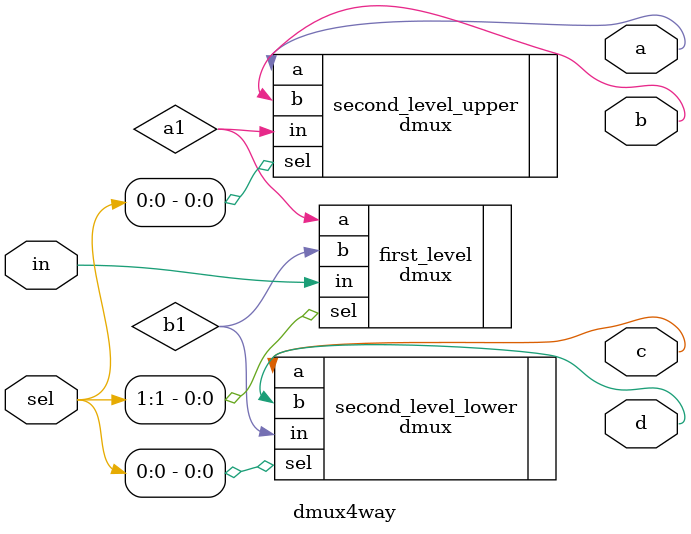
<source format=v>

`timescale 1ns / 1ps

module dmux4way (
    input  wire in,     // Single data input (source signal)
    input  wire [1:0] sel, // 2-bit select signal (sel[1]=MSB, sel[0]=LSB)
    output wire a,      // Output A (active when sel=00)
    output wire b,      // Output B (active when sel=01)
    output wire c,      // Output C (active when sel=10)
    output wire d       // Output D (active when sel=11)
);

    // Internal signals for hierarchical routing
    wire a1, b1;        // First level outputs (intermediate routing)

    // Stage 1: First Level Demux - Route based on MSB (sel[1])
    // sel[1]=0: route to a1 (covers outputs a,b)
    // sel[1]=1: route to b1 (covers outputs c,d)
    dmux first_level (
        .in (in),       // Source data input
        .sel(sel[1]),   // MSB selector (high bit)
        .a  (a1),       // Route to upper half (a,b)
        .b  (b1)        // Route to lower half (c,d)
    );

    // Stage 2a: Second Level Demux - Upper half routing (a1 -> a,b)
    // Routes a1 signal to final outputs a or b based on LSB (sel[0])
    dmux second_level_upper (
        .in (a1),       // Input from first level upper output
        .sel(sel[0]),   // LSB selector (low bit)
        .a  (a),        // Final output A (sel=00)
        .b  (b)         // Final output B (sel=01)
    );

    // Stage 2b: Second Level Demux - Lower half routing (b1 -> c,d)
    // Routes b1 signal to final outputs c or d based on LSB (sel[0])
    dmux second_level_lower (
        .in (b1),       // Input from first level lower output
        .sel(sel[0]),   // LSB selector (low bit)
        .a  (c),        // Final output C (sel=10)
        .b  (d)         // Final output D (sel=11)
    );

    // Truth Table Summary:
    // sel[1:0] = 00 -> a=in, b=0, c=0, d=0
    // sel[1:0] = 01 -> a=0, b=in, c=0, d=0
    // sel[1:0] = 10 -> a=0, b=0, c=in, d=0
    // sel[1:0] = 11 -> a=0, b=0, c=0, d=in

endmodule
</source>
